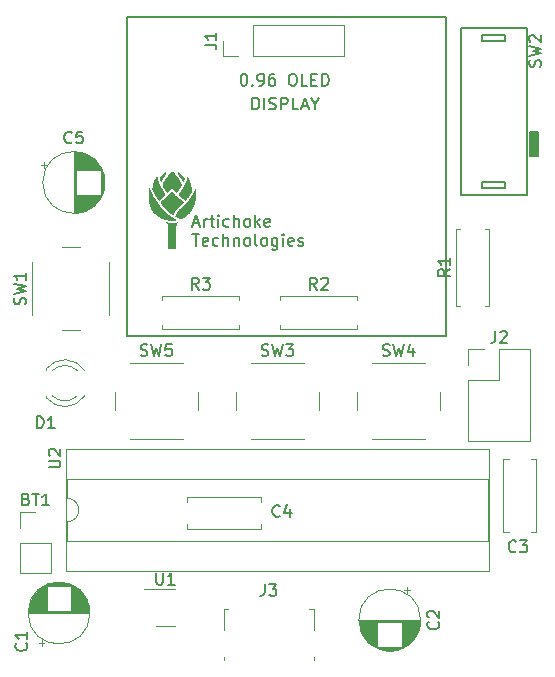
<source format=gbr>
%TF.GenerationSoftware,KiCad,Pcbnew,(6.0.2-0)*%
%TF.CreationDate,2022-04-22T19:08:33+09:30*%
%TF.ProjectId,scrambler,73637261-6d62-46c6-9572-2e6b69636164,1.0*%
%TF.SameCoordinates,Original*%
%TF.FileFunction,Legend,Top*%
%TF.FilePolarity,Positive*%
%FSLAX46Y46*%
G04 Gerber Fmt 4.6, Leading zero omitted, Abs format (unit mm)*
G04 Created by KiCad (PCBNEW (6.0.2-0)) date 2022-04-22 19:08:33*
%MOMM*%
%LPD*%
G01*
G04 APERTURE LIST*
%ADD10C,0.150000*%
%ADD11C,0.120000*%
%ADD12C,0.127000*%
G04 APERTURE END LIST*
D10*
X39890000Y-32640000D02*
X66890000Y-32640000D01*
X66890000Y-32640000D02*
X66890000Y-59640000D01*
X66890000Y-59640000D02*
X39890000Y-59640000D01*
X39890000Y-59640000D02*
X39890000Y-32640000D01*
X45537976Y-50111666D02*
X46014166Y-50111666D01*
X45442738Y-50397380D02*
X45776071Y-49397380D01*
X46109404Y-50397380D01*
X46442738Y-50397380D02*
X46442738Y-49730714D01*
X46442738Y-49921190D02*
X46490357Y-49825952D01*
X46537976Y-49778333D01*
X46633214Y-49730714D01*
X46728452Y-49730714D01*
X46918928Y-49730714D02*
X47299880Y-49730714D01*
X47061785Y-49397380D02*
X47061785Y-50254523D01*
X47109404Y-50349761D01*
X47204642Y-50397380D01*
X47299880Y-50397380D01*
X47633214Y-50397380D02*
X47633214Y-49730714D01*
X47633214Y-49397380D02*
X47585595Y-49445000D01*
X47633214Y-49492619D01*
X47680833Y-49445000D01*
X47633214Y-49397380D01*
X47633214Y-49492619D01*
X48537976Y-50349761D02*
X48442738Y-50397380D01*
X48252261Y-50397380D01*
X48157023Y-50349761D01*
X48109404Y-50302142D01*
X48061785Y-50206904D01*
X48061785Y-49921190D01*
X48109404Y-49825952D01*
X48157023Y-49778333D01*
X48252261Y-49730714D01*
X48442738Y-49730714D01*
X48537976Y-49778333D01*
X48966547Y-50397380D02*
X48966547Y-49397380D01*
X49395119Y-50397380D02*
X49395119Y-49873571D01*
X49347500Y-49778333D01*
X49252261Y-49730714D01*
X49109404Y-49730714D01*
X49014166Y-49778333D01*
X48966547Y-49825952D01*
X50014166Y-50397380D02*
X49918928Y-50349761D01*
X49871309Y-50302142D01*
X49823690Y-50206904D01*
X49823690Y-49921190D01*
X49871309Y-49825952D01*
X49918928Y-49778333D01*
X50014166Y-49730714D01*
X50157023Y-49730714D01*
X50252261Y-49778333D01*
X50299880Y-49825952D01*
X50347500Y-49921190D01*
X50347500Y-50206904D01*
X50299880Y-50302142D01*
X50252261Y-50349761D01*
X50157023Y-50397380D01*
X50014166Y-50397380D01*
X50776071Y-50397380D02*
X50776071Y-49397380D01*
X50871309Y-50016428D02*
X51157023Y-50397380D01*
X51157023Y-49730714D02*
X50776071Y-50111666D01*
X51966547Y-50349761D02*
X51871309Y-50397380D01*
X51680833Y-50397380D01*
X51585595Y-50349761D01*
X51537976Y-50254523D01*
X51537976Y-49873571D01*
X51585595Y-49778333D01*
X51680833Y-49730714D01*
X51871309Y-49730714D01*
X51966547Y-49778333D01*
X52014166Y-49873571D01*
X52014166Y-49968809D01*
X51537976Y-50064047D01*
X45442738Y-51007380D02*
X46014166Y-51007380D01*
X45728452Y-52007380D02*
X45728452Y-51007380D01*
X46728452Y-51959761D02*
X46633214Y-52007380D01*
X46442738Y-52007380D01*
X46347500Y-51959761D01*
X46299880Y-51864523D01*
X46299880Y-51483571D01*
X46347500Y-51388333D01*
X46442738Y-51340714D01*
X46633214Y-51340714D01*
X46728452Y-51388333D01*
X46776071Y-51483571D01*
X46776071Y-51578809D01*
X46299880Y-51674047D01*
X47633214Y-51959761D02*
X47537976Y-52007380D01*
X47347500Y-52007380D01*
X47252261Y-51959761D01*
X47204642Y-51912142D01*
X47157023Y-51816904D01*
X47157023Y-51531190D01*
X47204642Y-51435952D01*
X47252261Y-51388333D01*
X47347500Y-51340714D01*
X47537976Y-51340714D01*
X47633214Y-51388333D01*
X48061785Y-52007380D02*
X48061785Y-51007380D01*
X48490357Y-52007380D02*
X48490357Y-51483571D01*
X48442738Y-51388333D01*
X48347500Y-51340714D01*
X48204642Y-51340714D01*
X48109404Y-51388333D01*
X48061785Y-51435952D01*
X48966547Y-51340714D02*
X48966547Y-52007380D01*
X48966547Y-51435952D02*
X49014166Y-51388333D01*
X49109404Y-51340714D01*
X49252261Y-51340714D01*
X49347500Y-51388333D01*
X49395119Y-51483571D01*
X49395119Y-52007380D01*
X50014166Y-52007380D02*
X49918928Y-51959761D01*
X49871309Y-51912142D01*
X49823690Y-51816904D01*
X49823690Y-51531190D01*
X49871309Y-51435952D01*
X49918928Y-51388333D01*
X50014166Y-51340714D01*
X50157023Y-51340714D01*
X50252261Y-51388333D01*
X50299880Y-51435952D01*
X50347500Y-51531190D01*
X50347500Y-51816904D01*
X50299880Y-51912142D01*
X50252261Y-51959761D01*
X50157023Y-52007380D01*
X50014166Y-52007380D01*
X50918928Y-52007380D02*
X50823690Y-51959761D01*
X50776071Y-51864523D01*
X50776071Y-51007380D01*
X51442738Y-52007380D02*
X51347500Y-51959761D01*
X51299880Y-51912142D01*
X51252261Y-51816904D01*
X51252261Y-51531190D01*
X51299880Y-51435952D01*
X51347500Y-51388333D01*
X51442738Y-51340714D01*
X51585595Y-51340714D01*
X51680833Y-51388333D01*
X51728452Y-51435952D01*
X51776071Y-51531190D01*
X51776071Y-51816904D01*
X51728452Y-51912142D01*
X51680833Y-51959761D01*
X51585595Y-52007380D01*
X51442738Y-52007380D01*
X52633214Y-51340714D02*
X52633214Y-52150238D01*
X52585595Y-52245476D01*
X52537976Y-52293095D01*
X52442738Y-52340714D01*
X52299880Y-52340714D01*
X52204642Y-52293095D01*
X52633214Y-51959761D02*
X52537976Y-52007380D01*
X52347500Y-52007380D01*
X52252261Y-51959761D01*
X52204642Y-51912142D01*
X52157023Y-51816904D01*
X52157023Y-51531190D01*
X52204642Y-51435952D01*
X52252261Y-51388333D01*
X52347500Y-51340714D01*
X52537976Y-51340714D01*
X52633214Y-51388333D01*
X53109404Y-52007380D02*
X53109404Y-51340714D01*
X53109404Y-51007380D02*
X53061785Y-51055000D01*
X53109404Y-51102619D01*
X53157023Y-51055000D01*
X53109404Y-51007380D01*
X53109404Y-51102619D01*
X53966547Y-51959761D02*
X53871309Y-52007380D01*
X53680833Y-52007380D01*
X53585595Y-51959761D01*
X53537976Y-51864523D01*
X53537976Y-51483571D01*
X53585595Y-51388333D01*
X53680833Y-51340714D01*
X53871309Y-51340714D01*
X53966547Y-51388333D01*
X54014166Y-51483571D01*
X54014166Y-51578809D01*
X53537976Y-51674047D01*
X54395119Y-51959761D02*
X54490357Y-52007380D01*
X54680833Y-52007380D01*
X54776071Y-51959761D01*
X54823690Y-51864523D01*
X54823690Y-51816904D01*
X54776071Y-51721666D01*
X54680833Y-51674047D01*
X54537976Y-51674047D01*
X54442738Y-51626428D01*
X54395119Y-51531190D01*
X54395119Y-51483571D01*
X54442738Y-51388333D01*
X54537976Y-51340714D01*
X54680833Y-51340714D01*
X54776071Y-51388333D01*
X50511904Y-40452380D02*
X50511904Y-39452380D01*
X50750000Y-39452380D01*
X50892857Y-39500000D01*
X50988095Y-39595238D01*
X51035714Y-39690476D01*
X51083333Y-39880952D01*
X51083333Y-40023809D01*
X51035714Y-40214285D01*
X50988095Y-40309523D01*
X50892857Y-40404761D01*
X50750000Y-40452380D01*
X50511904Y-40452380D01*
X51511904Y-40452380D02*
X51511904Y-39452380D01*
X51940476Y-40404761D02*
X52083333Y-40452380D01*
X52321428Y-40452380D01*
X52416666Y-40404761D01*
X52464285Y-40357142D01*
X52511904Y-40261904D01*
X52511904Y-40166666D01*
X52464285Y-40071428D01*
X52416666Y-40023809D01*
X52321428Y-39976190D01*
X52130952Y-39928571D01*
X52035714Y-39880952D01*
X51988095Y-39833333D01*
X51940476Y-39738095D01*
X51940476Y-39642857D01*
X51988095Y-39547619D01*
X52035714Y-39500000D01*
X52130952Y-39452380D01*
X52369047Y-39452380D01*
X52511904Y-39500000D01*
X52940476Y-40452380D02*
X52940476Y-39452380D01*
X53321428Y-39452380D01*
X53416666Y-39500000D01*
X53464285Y-39547619D01*
X53511904Y-39642857D01*
X53511904Y-39785714D01*
X53464285Y-39880952D01*
X53416666Y-39928571D01*
X53321428Y-39976190D01*
X52940476Y-39976190D01*
X54416666Y-40452380D02*
X53940476Y-40452380D01*
X53940476Y-39452380D01*
X54702380Y-40166666D02*
X55178571Y-40166666D01*
X54607142Y-40452380D02*
X54940476Y-39452380D01*
X55273809Y-40452380D01*
X55797619Y-39976190D02*
X55797619Y-40452380D01*
X55464285Y-39452380D02*
X55797619Y-39976190D01*
X56130952Y-39452380D01*
X49750000Y-37452380D02*
X49845238Y-37452380D01*
X49940476Y-37500000D01*
X49988095Y-37547619D01*
X50035714Y-37642857D01*
X50083333Y-37833333D01*
X50083333Y-38071428D01*
X50035714Y-38261904D01*
X49988095Y-38357142D01*
X49940476Y-38404761D01*
X49845238Y-38452380D01*
X49750000Y-38452380D01*
X49654761Y-38404761D01*
X49607142Y-38357142D01*
X49559523Y-38261904D01*
X49511904Y-38071428D01*
X49511904Y-37833333D01*
X49559523Y-37642857D01*
X49607142Y-37547619D01*
X49654761Y-37500000D01*
X49750000Y-37452380D01*
X50511904Y-38357142D02*
X50559523Y-38404761D01*
X50511904Y-38452380D01*
X50464285Y-38404761D01*
X50511904Y-38357142D01*
X50511904Y-38452380D01*
X51035714Y-38452380D02*
X51226190Y-38452380D01*
X51321428Y-38404761D01*
X51369047Y-38357142D01*
X51464285Y-38214285D01*
X51511904Y-38023809D01*
X51511904Y-37642857D01*
X51464285Y-37547619D01*
X51416666Y-37500000D01*
X51321428Y-37452380D01*
X51130952Y-37452380D01*
X51035714Y-37500000D01*
X50988095Y-37547619D01*
X50940476Y-37642857D01*
X50940476Y-37880952D01*
X50988095Y-37976190D01*
X51035714Y-38023809D01*
X51130952Y-38071428D01*
X51321428Y-38071428D01*
X51416666Y-38023809D01*
X51464285Y-37976190D01*
X51511904Y-37880952D01*
X52369047Y-37452380D02*
X52178571Y-37452380D01*
X52083333Y-37500000D01*
X52035714Y-37547619D01*
X51940476Y-37690476D01*
X51892857Y-37880952D01*
X51892857Y-38261904D01*
X51940476Y-38357142D01*
X51988095Y-38404761D01*
X52083333Y-38452380D01*
X52273809Y-38452380D01*
X52369047Y-38404761D01*
X52416666Y-38357142D01*
X52464285Y-38261904D01*
X52464285Y-38023809D01*
X52416666Y-37928571D01*
X52369047Y-37880952D01*
X52273809Y-37833333D01*
X52083333Y-37833333D01*
X51988095Y-37880952D01*
X51940476Y-37928571D01*
X51892857Y-38023809D01*
X53845238Y-37452380D02*
X54035714Y-37452380D01*
X54130952Y-37500000D01*
X54226190Y-37595238D01*
X54273809Y-37785714D01*
X54273809Y-38119047D01*
X54226190Y-38309523D01*
X54130952Y-38404761D01*
X54035714Y-38452380D01*
X53845238Y-38452380D01*
X53750000Y-38404761D01*
X53654761Y-38309523D01*
X53607142Y-38119047D01*
X53607142Y-37785714D01*
X53654761Y-37595238D01*
X53750000Y-37500000D01*
X53845238Y-37452380D01*
X55178571Y-38452380D02*
X54702380Y-38452380D01*
X54702380Y-37452380D01*
X55511904Y-37928571D02*
X55845238Y-37928571D01*
X55988095Y-38452380D02*
X55511904Y-38452380D01*
X55511904Y-37452380D01*
X55988095Y-37452380D01*
X56416666Y-38452380D02*
X56416666Y-37452380D01*
X56654761Y-37452380D01*
X56797619Y-37500000D01*
X56892857Y-37595238D01*
X56940476Y-37690476D01*
X56988095Y-37880952D01*
X56988095Y-38023809D01*
X56940476Y-38214285D01*
X56892857Y-38309523D01*
X56797619Y-38404761D01*
X56654761Y-38452380D01*
X56416666Y-38452380D01*
%TO.C,SW1*%
X31294761Y-56973333D02*
X31342380Y-56830476D01*
X31342380Y-56592380D01*
X31294761Y-56497142D01*
X31247142Y-56449523D01*
X31151904Y-56401904D01*
X31056666Y-56401904D01*
X30961428Y-56449523D01*
X30913809Y-56497142D01*
X30866190Y-56592380D01*
X30818571Y-56782857D01*
X30770952Y-56878095D01*
X30723333Y-56925714D01*
X30628095Y-56973333D01*
X30532857Y-56973333D01*
X30437619Y-56925714D01*
X30390000Y-56878095D01*
X30342380Y-56782857D01*
X30342380Y-56544761D01*
X30390000Y-56401904D01*
X30342380Y-56068571D02*
X31342380Y-55830476D01*
X30628095Y-55640000D01*
X31342380Y-55449523D01*
X30342380Y-55211428D01*
X31342380Y-54306666D02*
X31342380Y-54878095D01*
X31342380Y-54592380D02*
X30342380Y-54592380D01*
X30485238Y-54687619D01*
X30580476Y-54782857D01*
X30628095Y-54878095D01*
%TO.C,C3*%
X72833333Y-77857142D02*
X72785714Y-77904761D01*
X72642857Y-77952380D01*
X72547619Y-77952380D01*
X72404761Y-77904761D01*
X72309523Y-77809523D01*
X72261904Y-77714285D01*
X72214285Y-77523809D01*
X72214285Y-77380952D01*
X72261904Y-77190476D01*
X72309523Y-77095238D01*
X72404761Y-77000000D01*
X72547619Y-76952380D01*
X72642857Y-76952380D01*
X72785714Y-77000000D01*
X72833333Y-77047619D01*
X73166666Y-76952380D02*
X73785714Y-76952380D01*
X73452380Y-77333333D01*
X73595238Y-77333333D01*
X73690476Y-77380952D01*
X73738095Y-77428571D01*
X73785714Y-77523809D01*
X73785714Y-77761904D01*
X73738095Y-77857142D01*
X73690476Y-77904761D01*
X73595238Y-77952380D01*
X73309523Y-77952380D01*
X73214285Y-77904761D01*
X73166666Y-77857142D01*
%TO.C,SW4*%
X61556666Y-61294761D02*
X61699523Y-61342380D01*
X61937619Y-61342380D01*
X62032857Y-61294761D01*
X62080476Y-61247142D01*
X62128095Y-61151904D01*
X62128095Y-61056666D01*
X62080476Y-60961428D01*
X62032857Y-60913809D01*
X61937619Y-60866190D01*
X61747142Y-60818571D01*
X61651904Y-60770952D01*
X61604285Y-60723333D01*
X61556666Y-60628095D01*
X61556666Y-60532857D01*
X61604285Y-60437619D01*
X61651904Y-60390000D01*
X61747142Y-60342380D01*
X61985238Y-60342380D01*
X62128095Y-60390000D01*
X62461428Y-60342380D02*
X62699523Y-61342380D01*
X62890000Y-60628095D01*
X63080476Y-61342380D01*
X63318571Y-60342380D01*
X64128095Y-60675714D02*
X64128095Y-61342380D01*
X63890000Y-60294761D02*
X63651904Y-61009047D01*
X64270952Y-61009047D01*
%TO.C,C1*%
X31357142Y-85666666D02*
X31404761Y-85714285D01*
X31452380Y-85857142D01*
X31452380Y-85952380D01*
X31404761Y-86095238D01*
X31309523Y-86190476D01*
X31214285Y-86238095D01*
X31023809Y-86285714D01*
X30880952Y-86285714D01*
X30690476Y-86238095D01*
X30595238Y-86190476D01*
X30500000Y-86095238D01*
X30452380Y-85952380D01*
X30452380Y-85857142D01*
X30500000Y-85714285D01*
X30547619Y-85666666D01*
X31452380Y-84714285D02*
X31452380Y-85285714D01*
X31452380Y-85000000D02*
X30452380Y-85000000D01*
X30595238Y-85095238D01*
X30690476Y-85190476D01*
X30738095Y-85285714D01*
%TO.C,C2*%
X66247142Y-83851554D02*
X66294761Y-83899173D01*
X66342380Y-84042030D01*
X66342380Y-84137268D01*
X66294761Y-84280126D01*
X66199523Y-84375364D01*
X66104285Y-84422983D01*
X65913809Y-84470602D01*
X65770952Y-84470602D01*
X65580476Y-84422983D01*
X65485238Y-84375364D01*
X65390000Y-84280126D01*
X65342380Y-84137268D01*
X65342380Y-84042030D01*
X65390000Y-83899173D01*
X65437619Y-83851554D01*
X65437619Y-83470602D02*
X65390000Y-83422983D01*
X65342380Y-83327745D01*
X65342380Y-83089649D01*
X65390000Y-82994411D01*
X65437619Y-82946792D01*
X65532857Y-82899173D01*
X65628095Y-82899173D01*
X65770952Y-82946792D01*
X66342380Y-83518221D01*
X66342380Y-82899173D01*
%TO.C,R3*%
X45973333Y-55722380D02*
X45640000Y-55246190D01*
X45401904Y-55722380D02*
X45401904Y-54722380D01*
X45782857Y-54722380D01*
X45878095Y-54770000D01*
X45925714Y-54817619D01*
X45973333Y-54912857D01*
X45973333Y-55055714D01*
X45925714Y-55150952D01*
X45878095Y-55198571D01*
X45782857Y-55246190D01*
X45401904Y-55246190D01*
X46306666Y-54722380D02*
X46925714Y-54722380D01*
X46592380Y-55103333D01*
X46735238Y-55103333D01*
X46830476Y-55150952D01*
X46878095Y-55198571D01*
X46925714Y-55293809D01*
X46925714Y-55531904D01*
X46878095Y-55627142D01*
X46830476Y-55674761D01*
X46735238Y-55722380D01*
X46449523Y-55722380D01*
X46354285Y-55674761D01*
X46306666Y-55627142D01*
%TO.C,SW3*%
X51306666Y-61294761D02*
X51449523Y-61342380D01*
X51687619Y-61342380D01*
X51782857Y-61294761D01*
X51830476Y-61247142D01*
X51878095Y-61151904D01*
X51878095Y-61056666D01*
X51830476Y-60961428D01*
X51782857Y-60913809D01*
X51687619Y-60866190D01*
X51497142Y-60818571D01*
X51401904Y-60770952D01*
X51354285Y-60723333D01*
X51306666Y-60628095D01*
X51306666Y-60532857D01*
X51354285Y-60437619D01*
X51401904Y-60390000D01*
X51497142Y-60342380D01*
X51735238Y-60342380D01*
X51878095Y-60390000D01*
X52211428Y-60342380D02*
X52449523Y-61342380D01*
X52640000Y-60628095D01*
X52830476Y-61342380D01*
X53068571Y-60342380D01*
X53354285Y-60342380D02*
X53973333Y-60342380D01*
X53640000Y-60723333D01*
X53782857Y-60723333D01*
X53878095Y-60770952D01*
X53925714Y-60818571D01*
X53973333Y-60913809D01*
X53973333Y-61151904D01*
X53925714Y-61247142D01*
X53878095Y-61294761D01*
X53782857Y-61342380D01*
X53497142Y-61342380D01*
X53401904Y-61294761D01*
X53354285Y-61247142D01*
%TO.C,SW5*%
X41056666Y-61294761D02*
X41199523Y-61342380D01*
X41437619Y-61342380D01*
X41532857Y-61294761D01*
X41580476Y-61247142D01*
X41628095Y-61151904D01*
X41628095Y-61056666D01*
X41580476Y-60961428D01*
X41532857Y-60913809D01*
X41437619Y-60866190D01*
X41247142Y-60818571D01*
X41151904Y-60770952D01*
X41104285Y-60723333D01*
X41056666Y-60628095D01*
X41056666Y-60532857D01*
X41104285Y-60437619D01*
X41151904Y-60390000D01*
X41247142Y-60342380D01*
X41485238Y-60342380D01*
X41628095Y-60390000D01*
X41961428Y-60342380D02*
X42199523Y-61342380D01*
X42390000Y-60628095D01*
X42580476Y-61342380D01*
X42818571Y-60342380D01*
X43675714Y-60342380D02*
X43199523Y-60342380D01*
X43151904Y-60818571D01*
X43199523Y-60770952D01*
X43294761Y-60723333D01*
X43532857Y-60723333D01*
X43628095Y-60770952D01*
X43675714Y-60818571D01*
X43723333Y-60913809D01*
X43723333Y-61151904D01*
X43675714Y-61247142D01*
X43628095Y-61294761D01*
X43532857Y-61342380D01*
X43294761Y-61342380D01*
X43199523Y-61294761D01*
X43151904Y-61247142D01*
%TO.C,C5*%
X35223333Y-43247142D02*
X35175714Y-43294761D01*
X35032857Y-43342380D01*
X34937619Y-43342380D01*
X34794761Y-43294761D01*
X34699523Y-43199523D01*
X34651904Y-43104285D01*
X34604285Y-42913809D01*
X34604285Y-42770952D01*
X34651904Y-42580476D01*
X34699523Y-42485238D01*
X34794761Y-42390000D01*
X34937619Y-42342380D01*
X35032857Y-42342380D01*
X35175714Y-42390000D01*
X35223333Y-42437619D01*
X36128095Y-42342380D02*
X35651904Y-42342380D01*
X35604285Y-42818571D01*
X35651904Y-42770952D01*
X35747142Y-42723333D01*
X35985238Y-42723333D01*
X36080476Y-42770952D01*
X36128095Y-42818571D01*
X36175714Y-42913809D01*
X36175714Y-43151904D01*
X36128095Y-43247142D01*
X36080476Y-43294761D01*
X35985238Y-43342380D01*
X35747142Y-43342380D01*
X35651904Y-43294761D01*
X35604285Y-43247142D01*
%TO.C,U1*%
X42378095Y-79692380D02*
X42378095Y-80501904D01*
X42425714Y-80597142D01*
X42473333Y-80644761D01*
X42568571Y-80692380D01*
X42759047Y-80692380D01*
X42854285Y-80644761D01*
X42901904Y-80597142D01*
X42949523Y-80501904D01*
X42949523Y-79692380D01*
X43949523Y-80692380D02*
X43378095Y-80692380D01*
X43663809Y-80692380D02*
X43663809Y-79692380D01*
X43568571Y-79835238D01*
X43473333Y-79930476D01*
X43378095Y-79978095D01*
%TO.C,C4*%
X52833333Y-74857142D02*
X52785714Y-74904761D01*
X52642857Y-74952380D01*
X52547619Y-74952380D01*
X52404761Y-74904761D01*
X52309523Y-74809523D01*
X52261904Y-74714285D01*
X52214285Y-74523809D01*
X52214285Y-74380952D01*
X52261904Y-74190476D01*
X52309523Y-74095238D01*
X52404761Y-74000000D01*
X52547619Y-73952380D01*
X52642857Y-73952380D01*
X52785714Y-74000000D01*
X52833333Y-74047619D01*
X53690476Y-74285714D02*
X53690476Y-74952380D01*
X53452380Y-73904761D02*
X53214285Y-74619047D01*
X53833333Y-74619047D01*
%TO.C,R2*%
X55973333Y-55722380D02*
X55640000Y-55246190D01*
X55401904Y-55722380D02*
X55401904Y-54722380D01*
X55782857Y-54722380D01*
X55878095Y-54770000D01*
X55925714Y-54817619D01*
X55973333Y-54912857D01*
X55973333Y-55055714D01*
X55925714Y-55150952D01*
X55878095Y-55198571D01*
X55782857Y-55246190D01*
X55401904Y-55246190D01*
X56354285Y-54817619D02*
X56401904Y-54770000D01*
X56497142Y-54722380D01*
X56735238Y-54722380D01*
X56830476Y-54770000D01*
X56878095Y-54817619D01*
X56925714Y-54912857D01*
X56925714Y-55008095D01*
X56878095Y-55150952D01*
X56306666Y-55722380D01*
X56925714Y-55722380D01*
%TO.C,R1*%
X67222380Y-53996666D02*
X66746190Y-54330000D01*
X67222380Y-54568095D02*
X66222380Y-54568095D01*
X66222380Y-54187142D01*
X66270000Y-54091904D01*
X66317619Y-54044285D01*
X66412857Y-53996666D01*
X66555714Y-53996666D01*
X66650952Y-54044285D01*
X66698571Y-54091904D01*
X66746190Y-54187142D01*
X66746190Y-54568095D01*
X67222380Y-53044285D02*
X67222380Y-53615714D01*
X67222380Y-53330000D02*
X66222380Y-53330000D01*
X66365238Y-53425238D01*
X66460476Y-53520476D01*
X66508095Y-53615714D01*
%TO.C,D1*%
X32261904Y-67452380D02*
X32261904Y-66452380D01*
X32500000Y-66452380D01*
X32642857Y-66500000D01*
X32738095Y-66595238D01*
X32785714Y-66690476D01*
X32833333Y-66880952D01*
X32833333Y-67023809D01*
X32785714Y-67214285D01*
X32738095Y-67309523D01*
X32642857Y-67404761D01*
X32500000Y-67452380D01*
X32261904Y-67452380D01*
X33785714Y-67452380D02*
X33214285Y-67452380D01*
X33500000Y-67452380D02*
X33500000Y-66452380D01*
X33404761Y-66595238D01*
X33309523Y-66690476D01*
X33214285Y-66738095D01*
%TO.C,BT1*%
X31354285Y-73463571D02*
X31497142Y-73511190D01*
X31544761Y-73558809D01*
X31592380Y-73654047D01*
X31592380Y-73796904D01*
X31544761Y-73892142D01*
X31497142Y-73939761D01*
X31401904Y-73987380D01*
X31020952Y-73987380D01*
X31020952Y-72987380D01*
X31354285Y-72987380D01*
X31449523Y-73035000D01*
X31497142Y-73082619D01*
X31544761Y-73177857D01*
X31544761Y-73273095D01*
X31497142Y-73368333D01*
X31449523Y-73415952D01*
X31354285Y-73463571D01*
X31020952Y-73463571D01*
X31878095Y-72987380D02*
X32449523Y-72987380D01*
X32163809Y-73987380D02*
X32163809Y-72987380D01*
X33306666Y-73987380D02*
X32735238Y-73987380D01*
X33020952Y-73987380D02*
X33020952Y-72987380D01*
X32925714Y-73130238D01*
X32830476Y-73225476D01*
X32735238Y-73273095D01*
%TO.C,SW2*%
X74904761Y-36833333D02*
X74952380Y-36690476D01*
X74952380Y-36452380D01*
X74904761Y-36357142D01*
X74857142Y-36309523D01*
X74761904Y-36261904D01*
X74666666Y-36261904D01*
X74571428Y-36309523D01*
X74523809Y-36357142D01*
X74476190Y-36452380D01*
X74428571Y-36642857D01*
X74380952Y-36738095D01*
X74333333Y-36785714D01*
X74238095Y-36833333D01*
X74142857Y-36833333D01*
X74047619Y-36785714D01*
X74000000Y-36738095D01*
X73952380Y-36642857D01*
X73952380Y-36404761D01*
X74000000Y-36261904D01*
X73952380Y-35928571D02*
X74952380Y-35690476D01*
X74238095Y-35500000D01*
X74952380Y-35309523D01*
X73952380Y-35071428D01*
X74047619Y-34738095D02*
X74000000Y-34690476D01*
X73952380Y-34595238D01*
X73952380Y-34357142D01*
X74000000Y-34261904D01*
X74047619Y-34214285D01*
X74142857Y-34166666D01*
X74238095Y-34166666D01*
X74380952Y-34214285D01*
X74952380Y-34785714D01*
X74952380Y-34166666D01*
%TO.C,J3*%
X51556666Y-80642380D02*
X51556666Y-81356666D01*
X51509047Y-81499523D01*
X51413809Y-81594761D01*
X51270952Y-81642380D01*
X51175714Y-81642380D01*
X51937619Y-80642380D02*
X52556666Y-80642380D01*
X52223333Y-81023333D01*
X52366190Y-81023333D01*
X52461428Y-81070952D01*
X52509047Y-81118571D01*
X52556666Y-81213809D01*
X52556666Y-81451904D01*
X52509047Y-81547142D01*
X52461428Y-81594761D01*
X52366190Y-81642380D01*
X52080476Y-81642380D01*
X51985238Y-81594761D01*
X51937619Y-81547142D01*
%TO.C,J1*%
X46462380Y-34973333D02*
X47176666Y-34973333D01*
X47319523Y-35020952D01*
X47414761Y-35116190D01*
X47462380Y-35259047D01*
X47462380Y-35354285D01*
X47462380Y-33973333D02*
X47462380Y-34544761D01*
X47462380Y-34259047D02*
X46462380Y-34259047D01*
X46605238Y-34354285D01*
X46700476Y-34449523D01*
X46748095Y-34544761D01*
%TO.C,U2*%
X33262380Y-70761904D02*
X34071904Y-70761904D01*
X34167142Y-70714285D01*
X34214761Y-70666666D01*
X34262380Y-70571428D01*
X34262380Y-70380952D01*
X34214761Y-70285714D01*
X34167142Y-70238095D01*
X34071904Y-70190476D01*
X33262380Y-70190476D01*
X33357619Y-69761904D02*
X33310000Y-69714285D01*
X33262380Y-69619047D01*
X33262380Y-69380952D01*
X33310000Y-69285714D01*
X33357619Y-69238095D01*
X33452857Y-69190476D01*
X33548095Y-69190476D01*
X33690952Y-69238095D01*
X34262380Y-69809523D01*
X34262380Y-69190476D01*
%TO.C,J2*%
X71076666Y-59237380D02*
X71076666Y-59951666D01*
X71029047Y-60094523D01*
X70933809Y-60189761D01*
X70790952Y-60237380D01*
X70695714Y-60237380D01*
X71505238Y-59332619D02*
X71552857Y-59285000D01*
X71648095Y-59237380D01*
X71886190Y-59237380D01*
X71981428Y-59285000D01*
X72029047Y-59332619D01*
X72076666Y-59427857D01*
X72076666Y-59523095D01*
X72029047Y-59665952D01*
X71457619Y-60237380D01*
X72076666Y-60237380D01*
D11*
%TO.C,SW1*%
X38390000Y-57890000D02*
X38390000Y-53390000D01*
X34390000Y-59140000D02*
X35890000Y-59140000D01*
X35890000Y-52140000D02*
X34390000Y-52140000D01*
X31890000Y-53390000D02*
X31890000Y-57890000D01*
%TO.C,C3*%
X71770000Y-76260000D02*
X72215000Y-76260000D01*
X74065000Y-76260000D02*
X74510000Y-76260000D01*
X74510000Y-76260000D02*
X74510000Y-70020000D01*
X71770000Y-76260000D02*
X71770000Y-70020000D01*
X71770000Y-70020000D02*
X72215000Y-70020000D01*
X74065000Y-70020000D02*
X74510000Y-70020000D01*
%TO.C,SW4*%
X59390000Y-64390000D02*
X59390000Y-65890000D01*
X66390000Y-65890000D02*
X66390000Y-64390000D01*
X65140000Y-61890000D02*
X60640000Y-61890000D01*
X60640000Y-68390000D02*
X65140000Y-68390000D01*
%TO.C,G\u002A\u002A\u002A*%
G36*
X44278930Y-45749249D02*
G01*
X44303310Y-45765884D01*
X44333522Y-45789513D01*
X44368520Y-45819120D01*
X44407253Y-45853688D01*
X44448675Y-45892200D01*
X44491736Y-45933641D01*
X44535389Y-45976993D01*
X44578586Y-46021240D01*
X44620277Y-46065366D01*
X44659415Y-46108354D01*
X44694951Y-46149187D01*
X44725838Y-46186849D01*
X44751027Y-46220324D01*
X44760678Y-46234441D01*
X44780799Y-46267233D01*
X44792920Y-46293800D01*
X44797912Y-46318053D01*
X44796651Y-46343902D01*
X44791128Y-46370802D01*
X44784461Y-46394637D01*
X44774831Y-46424947D01*
X44763097Y-46459441D01*
X44750116Y-46495826D01*
X44736748Y-46531808D01*
X44723852Y-46565094D01*
X44712286Y-46593393D01*
X44702908Y-46614411D01*
X44696577Y-46625856D01*
X44695091Y-46627240D01*
X44687056Y-46623825D01*
X44674744Y-46612426D01*
X44667641Y-46604100D01*
X44655278Y-46587401D01*
X44636716Y-46560908D01*
X44612987Y-46526191D01*
X44585122Y-46484821D01*
X44554155Y-46438371D01*
X44521117Y-46388410D01*
X44487040Y-46336511D01*
X44452956Y-46284243D01*
X44419898Y-46233179D01*
X44388899Y-46184890D01*
X44360989Y-46140946D01*
X44337201Y-46102919D01*
X44321155Y-46076689D01*
X44289980Y-46022615D01*
X44266800Y-45976255D01*
X44250892Y-45935058D01*
X44241532Y-45896469D01*
X44237996Y-45857934D01*
X44239560Y-45816901D01*
X44241772Y-45796645D01*
X44245317Y-45771559D01*
X44248750Y-45752087D01*
X44251436Y-45741732D01*
X44251861Y-45741028D01*
X44261431Y-45740625D01*
X44278930Y-45749249D01*
G37*
G36*
X45052334Y-46129816D02*
G01*
X45065170Y-46146494D01*
X45081578Y-46172290D01*
X45100700Y-46205570D01*
X45121679Y-46244696D01*
X45143657Y-46288034D01*
X45165778Y-46333946D01*
X45187184Y-46380798D01*
X45207017Y-46426953D01*
X45221007Y-46461836D01*
X45240612Y-46516437D01*
X45260704Y-46579477D01*
X45280906Y-46649191D01*
X45300840Y-46723812D01*
X45320130Y-46801575D01*
X45338396Y-46880713D01*
X45355263Y-46959461D01*
X45370352Y-47036053D01*
X45383286Y-47108722D01*
X45393687Y-47175703D01*
X45401179Y-47235229D01*
X45405383Y-47285535D01*
X45405922Y-47324855D01*
X45405842Y-47326568D01*
X45403944Y-47349701D01*
X45400027Y-47370265D01*
X45392904Y-47392068D01*
X45381386Y-47418920D01*
X45368725Y-47445535D01*
X45338776Y-47503625D01*
X45302253Y-47568712D01*
X45260466Y-47638847D01*
X45214725Y-47712083D01*
X45166339Y-47786474D01*
X45116616Y-47860072D01*
X45066866Y-47930930D01*
X45018398Y-47997100D01*
X44972521Y-48056635D01*
X44930545Y-48107589D01*
X44902755Y-48138632D01*
X44858008Y-48186301D01*
X44797978Y-48143549D01*
X44776541Y-48127788D01*
X44746719Y-48105159D01*
X44710590Y-48077275D01*
X44670234Y-48045751D01*
X44627729Y-48012202D01*
X44585806Y-47978765D01*
X44522554Y-47927872D01*
X44469078Y-47884383D01*
X44424524Y-47847433D01*
X44388034Y-47816154D01*
X44358752Y-47789681D01*
X44335823Y-47767148D01*
X44318390Y-47747688D01*
X44305596Y-47730435D01*
X44296586Y-47714523D01*
X44290503Y-47699085D01*
X44286491Y-47683255D01*
X44284903Y-47674352D01*
X44283923Y-47651845D01*
X44287989Y-47625821D01*
X44297532Y-47595497D01*
X44312982Y-47560089D01*
X44334772Y-47518814D01*
X44363330Y-47470890D01*
X44399089Y-47415533D01*
X44442479Y-47351961D01*
X44493930Y-47279391D01*
X44528340Y-47231902D01*
X44638210Y-47072682D01*
X44734894Y-46914259D01*
X44818620Y-46756167D01*
X44889614Y-46597942D01*
X44948102Y-46439118D01*
X44994313Y-46279229D01*
X44996089Y-46272077D01*
X45009411Y-46219442D01*
X45020410Y-46179199D01*
X45029353Y-46150517D01*
X45036507Y-46132569D01*
X45042140Y-46124525D01*
X45043926Y-46123893D01*
X45052334Y-46129816D01*
G37*
G36*
X43743901Y-45712653D02*
G01*
X43771169Y-45731552D01*
X43804888Y-45758761D01*
X43843913Y-45793309D01*
X43887097Y-45834229D01*
X43928914Y-45876053D01*
X44006001Y-45957364D01*
X44076597Y-46037111D01*
X44142594Y-46117781D01*
X44205884Y-46201862D01*
X44268360Y-46291843D01*
X44331914Y-46390211D01*
X44381299Y-46470777D01*
X44428686Y-46551868D01*
X44467564Y-46623506D01*
X44498248Y-46686420D01*
X44521050Y-46741337D01*
X44536284Y-46788986D01*
X44544263Y-46830095D01*
X44545705Y-46852859D01*
X44545111Y-46868677D01*
X44542770Y-46884656D01*
X44538078Y-46901864D01*
X44530430Y-46921371D01*
X44519221Y-46944246D01*
X44503846Y-46971560D01*
X44483701Y-47004381D01*
X44458180Y-47043779D01*
X44426679Y-47090822D01*
X44388593Y-47146582D01*
X44343318Y-47212126D01*
X44338946Y-47218430D01*
X44290364Y-47288465D01*
X44248856Y-47348210D01*
X44213831Y-47398454D01*
X44184695Y-47439982D01*
X44160855Y-47473581D01*
X44141716Y-47500038D01*
X44126686Y-47520140D01*
X44115172Y-47534673D01*
X44106579Y-47544423D01*
X44100315Y-47550178D01*
X44095786Y-47552723D01*
X44092399Y-47552846D01*
X44089560Y-47551334D01*
X44088471Y-47550468D01*
X44079207Y-47541088D01*
X44062696Y-47522578D01*
X44040105Y-47496332D01*
X44012598Y-47463742D01*
X43981341Y-47426203D01*
X43947500Y-47385106D01*
X43912240Y-47341844D01*
X43876726Y-47297811D01*
X43868444Y-47287470D01*
X43788987Y-47188120D01*
X43717292Y-47188245D01*
X43645598Y-47188370D01*
X43584977Y-47263991D01*
X43554254Y-47302071D01*
X43521671Y-47342024D01*
X43488505Y-47382328D01*
X43456032Y-47421459D01*
X43425526Y-47457894D01*
X43398265Y-47490111D01*
X43375522Y-47516586D01*
X43358575Y-47535797D01*
X43348699Y-47546220D01*
X43348131Y-47546737D01*
X43341950Y-47551405D01*
X43336135Y-47552110D01*
X43328852Y-47547348D01*
X43318270Y-47535615D01*
X43302553Y-47515407D01*
X43290644Y-47499588D01*
X43264305Y-47463397D01*
X43232871Y-47418435D01*
X43197630Y-47366691D01*
X43159870Y-47310153D01*
X43120879Y-47250810D01*
X43081943Y-47190651D01*
X43044350Y-47131664D01*
X43009388Y-47075838D01*
X42978344Y-47025161D01*
X42952505Y-46981622D01*
X42933804Y-46948408D01*
X42919890Y-46921429D01*
X42911628Y-46901004D01*
X42907618Y-46882208D01*
X42906461Y-46860115D01*
X42906461Y-46852139D01*
X42911240Y-46806701D01*
X42924484Y-46754492D01*
X42945328Y-46698454D01*
X42962844Y-46660767D01*
X42979129Y-46630210D01*
X43001655Y-46590617D01*
X43029122Y-46544114D01*
X43060233Y-46492830D01*
X43093689Y-46438891D01*
X43128193Y-46384427D01*
X43162446Y-46331564D01*
X43178528Y-46307218D01*
X43229332Y-46232692D01*
X43281291Y-46159941D01*
X43333689Y-46089755D01*
X43385812Y-46022926D01*
X43436944Y-45960247D01*
X43486372Y-45902507D01*
X43533379Y-45850499D01*
X43577252Y-45805014D01*
X43617275Y-45766844D01*
X43652733Y-45736780D01*
X43682913Y-45715613D01*
X43707098Y-45704135D01*
X43724232Y-45703031D01*
X43743901Y-45712653D01*
G37*
G36*
X43246108Y-50017603D02*
G01*
X43262479Y-50019084D01*
X43286312Y-50021751D01*
X43319042Y-50025753D01*
X43362105Y-50031238D01*
X43416934Y-50038358D01*
X43423323Y-50039192D01*
X43448145Y-50041413D01*
X43485492Y-50043297D01*
X43534420Y-50044822D01*
X43593988Y-50045966D01*
X43663252Y-50046707D01*
X43741269Y-50047023D01*
X43763471Y-50047033D01*
X43836345Y-50046929D01*
X43897275Y-50046625D01*
X43947788Y-50046071D01*
X43989411Y-50045216D01*
X44023672Y-50044010D01*
X44052097Y-50042400D01*
X44076212Y-50040337D01*
X44097545Y-50037769D01*
X44113225Y-50035385D01*
X44142728Y-50030609D01*
X44167295Y-50026792D01*
X44183882Y-50024398D01*
X44189237Y-50023814D01*
X44188494Y-50029400D01*
X44182400Y-50044702D01*
X44171920Y-50067535D01*
X44158018Y-50095716D01*
X44154318Y-50102957D01*
X44137761Y-50136830D01*
X44122726Y-50170637D01*
X44110865Y-50200471D01*
X44103827Y-50222425D01*
X44103805Y-50222514D01*
X44100615Y-50236978D01*
X44097705Y-50253331D01*
X44095057Y-50272238D01*
X44092655Y-50294366D01*
X44090482Y-50320382D01*
X44088524Y-50350952D01*
X44086762Y-50386742D01*
X44085180Y-50428418D01*
X44083762Y-50476647D01*
X44082492Y-50532095D01*
X44081352Y-50595428D01*
X44080327Y-50667313D01*
X44079400Y-50748416D01*
X44078554Y-50839404D01*
X44077773Y-50940942D01*
X44077041Y-51053697D01*
X44076341Y-51178335D01*
X44075656Y-51315523D01*
X44075395Y-51371547D01*
X44071167Y-52291569D01*
X43824704Y-52296000D01*
X43763199Y-52297055D01*
X43701483Y-52298021D01*
X43641951Y-52298867D01*
X43586998Y-52299561D01*
X43539022Y-52300074D01*
X43500416Y-52300374D01*
X43479996Y-52300441D01*
X43381751Y-52300451D01*
X43376939Y-51365885D01*
X43376320Y-51253121D01*
X43375641Y-51143034D01*
X43374910Y-51036483D01*
X43374138Y-50934330D01*
X43373332Y-50837434D01*
X43372502Y-50746655D01*
X43371656Y-50662854D01*
X43370804Y-50586891D01*
X43369954Y-50519626D01*
X43369116Y-50461919D01*
X43368297Y-50414631D01*
X43367508Y-50378622D01*
X43366758Y-50354751D01*
X43366365Y-50347123D01*
X43362538Y-50303056D01*
X43356947Y-50266371D01*
X43348398Y-50233816D01*
X43335697Y-50202138D01*
X43317650Y-50168086D01*
X43293064Y-50128409D01*
X43277304Y-50104480D01*
X43258392Y-50075415D01*
X43242962Y-50050328D01*
X43232224Y-50031300D01*
X43227393Y-50020416D01*
X43227418Y-50018772D01*
X43230013Y-50017596D01*
X43235764Y-50017156D01*
X43246108Y-50017603D01*
G37*
G36*
X41803215Y-47144926D02*
G01*
X41807566Y-47152139D01*
X41817313Y-47169986D01*
X41831735Y-47197098D01*
X41850115Y-47232106D01*
X41871734Y-47273639D01*
X41895871Y-47320328D01*
X41921809Y-47370804D01*
X41923114Y-47373350D01*
X41994355Y-47510767D01*
X42061818Y-47637338D01*
X42126510Y-47754811D01*
X42189438Y-47864932D01*
X42251608Y-47969449D01*
X42314027Y-48070109D01*
X42377702Y-48168659D01*
X42405124Y-48209934D01*
X42548265Y-48415172D01*
X42694475Y-48607750D01*
X42844362Y-48788250D01*
X42998531Y-48957255D01*
X43157588Y-49115351D01*
X43322141Y-49263118D01*
X43492794Y-49401142D01*
X43670156Y-49530004D01*
X43854831Y-49650290D01*
X43979011Y-49724113D01*
X44019520Y-49747507D01*
X44057370Y-49769681D01*
X44090563Y-49789438D01*
X44117100Y-49805584D01*
X44134982Y-49816922D01*
X44140292Y-49820592D01*
X44163494Y-49837902D01*
X44143116Y-49846217D01*
X44115999Y-49854362D01*
X44077269Y-49861839D01*
X44028773Y-49868542D01*
X43972357Y-49874364D01*
X43909867Y-49879201D01*
X43843150Y-49882945D01*
X43774052Y-49885493D01*
X43704420Y-49886736D01*
X43636099Y-49886571D01*
X43570938Y-49884890D01*
X43517621Y-49882070D01*
X43443031Y-49874356D01*
X43359630Y-49861154D01*
X43270534Y-49843238D01*
X43178860Y-49821380D01*
X43087727Y-49796352D01*
X43000249Y-49768927D01*
X42919546Y-49739878D01*
X42881106Y-49724308D01*
X42747627Y-49662233D01*
X42624287Y-49593064D01*
X42509033Y-49515436D01*
X42399809Y-49427980D01*
X42308781Y-49343517D01*
X42209547Y-49237977D01*
X42120968Y-49127688D01*
X42042446Y-49011561D01*
X41973383Y-48888504D01*
X41913183Y-48757428D01*
X41861248Y-48617243D01*
X41816980Y-48466859D01*
X41807269Y-48428471D01*
X41798107Y-48391172D01*
X41790200Y-48358466D01*
X41783457Y-48329064D01*
X41777785Y-48301674D01*
X41773092Y-48275007D01*
X41769285Y-48247773D01*
X41766271Y-48218682D01*
X41763958Y-48186444D01*
X41762253Y-48149769D01*
X41761065Y-48107367D01*
X41760300Y-48057947D01*
X41759866Y-48000220D01*
X41759671Y-47932896D01*
X41759622Y-47854684D01*
X41759626Y-47764295D01*
X41759626Y-47764015D01*
X41759658Y-47674477D01*
X41759774Y-47597268D01*
X41759999Y-47531247D01*
X41760361Y-47475270D01*
X41760887Y-47428196D01*
X41761602Y-47388882D01*
X41762535Y-47356188D01*
X41763711Y-47328970D01*
X41765158Y-47306087D01*
X41766902Y-47286396D01*
X41768971Y-47268756D01*
X41771391Y-47252025D01*
X41771687Y-47250143D01*
X41779311Y-47205420D01*
X41786067Y-47173344D01*
X41792189Y-47153133D01*
X41797910Y-47144009D01*
X41803215Y-47144926D01*
G37*
G36*
X43189281Y-45765389D02*
G01*
X43198275Y-45781980D01*
X43203074Y-45810439D01*
X43204415Y-45848883D01*
X43198241Y-45920445D01*
X43179390Y-45990297D01*
X43167293Y-46020310D01*
X43161210Y-46031391D01*
X43148797Y-46051853D01*
X43130882Y-46080436D01*
X43108298Y-46115882D01*
X43081873Y-46156929D01*
X43052438Y-46202317D01*
X43020825Y-46250787D01*
X42987862Y-46301079D01*
X42954381Y-46351932D01*
X42921212Y-46402086D01*
X42889185Y-46450281D01*
X42859131Y-46495258D01*
X42831880Y-46535755D01*
X42808263Y-46570514D01*
X42789110Y-46598274D01*
X42775251Y-46617774D01*
X42767516Y-46627756D01*
X42766286Y-46628807D01*
X42763182Y-46622801D01*
X42756985Y-46606041D01*
X42748432Y-46580687D01*
X42738261Y-46548899D01*
X42731295Y-46526346D01*
X42712803Y-46464526D01*
X42698605Y-46413789D01*
X42688522Y-46372513D01*
X42682376Y-46339075D01*
X42679990Y-46311850D01*
X42681185Y-46289216D01*
X42685784Y-46269548D01*
X42693609Y-46251223D01*
X42699921Y-46239961D01*
X42723204Y-46204961D01*
X42754620Y-46163296D01*
X42792529Y-46116723D01*
X42835287Y-46067000D01*
X42881252Y-46015883D01*
X42928782Y-45965131D01*
X42976234Y-45916500D01*
X43021965Y-45871748D01*
X43064333Y-45832631D01*
X43101695Y-45800908D01*
X43129794Y-45780057D01*
X43155774Y-45765104D01*
X43175358Y-45759989D01*
X43189281Y-45765389D01*
G37*
G36*
X45719968Y-47149780D02*
G01*
X45724502Y-47156032D01*
X45728305Y-47169796D01*
X45731793Y-47192815D01*
X45735381Y-47226832D01*
X45736973Y-47244303D01*
X45738698Y-47271648D01*
X45740158Y-47310448D01*
X45741354Y-47358799D01*
X45742285Y-47414801D01*
X45742952Y-47476553D01*
X45743354Y-47542153D01*
X45743493Y-47609699D01*
X45743368Y-47677291D01*
X45742980Y-47743027D01*
X45742329Y-47805005D01*
X45741414Y-47861324D01*
X45740236Y-47910082D01*
X45738796Y-47949379D01*
X45737093Y-47977312D01*
X45736895Y-47979555D01*
X45720017Y-48112551D01*
X45693759Y-48250642D01*
X45658924Y-48390105D01*
X45622655Y-48508495D01*
X45564041Y-48664064D01*
X45494559Y-48812879D01*
X45414686Y-48954382D01*
X45324898Y-49088017D01*
X45225674Y-49213227D01*
X45117491Y-49329454D01*
X45000826Y-49436142D01*
X44876157Y-49532733D01*
X44743962Y-49618671D01*
X44608755Y-49691440D01*
X44560222Y-49713719D01*
X44520085Y-49728753D01*
X44485722Y-49737054D01*
X44454513Y-49739130D01*
X44423836Y-49735490D01*
X44405357Y-49730990D01*
X44379509Y-49722827D01*
X44349121Y-49711956D01*
X44327898Y-49703623D01*
X44310558Y-49696251D01*
X44284704Y-49684992D01*
X44252251Y-49670703D01*
X44215114Y-49654242D01*
X44175207Y-49636467D01*
X44134444Y-49618235D01*
X44094741Y-49600406D01*
X44058010Y-49583835D01*
X44026168Y-49569382D01*
X44001129Y-49557903D01*
X43984806Y-49550257D01*
X43979171Y-49547378D01*
X43979321Y-49540158D01*
X43982425Y-49523017D01*
X43987883Y-49499027D01*
X43991085Y-49486283D01*
X44008915Y-49430737D01*
X44034956Y-49368213D01*
X44067783Y-49301143D01*
X44105967Y-49231957D01*
X44148081Y-49163089D01*
X44192697Y-49096969D01*
X44238389Y-49036030D01*
X44283728Y-48982704D01*
X44291703Y-48974141D01*
X44308115Y-48957528D01*
X44332964Y-48933344D01*
X44364697Y-48903058D01*
X44401759Y-48868135D01*
X44442597Y-48830041D01*
X44485656Y-48790244D01*
X44517860Y-48760721D01*
X44637008Y-48649916D01*
X44745974Y-48544265D01*
X44846211Y-48442129D01*
X44939172Y-48341871D01*
X45026309Y-48241854D01*
X45109077Y-48140440D01*
X45188926Y-48035992D01*
X45267311Y-47926873D01*
X45300647Y-47878521D01*
X45340919Y-47818478D01*
X45378811Y-47759831D01*
X45415347Y-47700780D01*
X45451555Y-47639526D01*
X45488460Y-47574271D01*
X45527086Y-47503215D01*
X45568461Y-47424558D01*
X45613610Y-47336501D01*
X45644210Y-47275874D01*
X45663335Y-47238394D01*
X45680834Y-47205228D01*
X45695697Y-47178202D01*
X45706912Y-47159143D01*
X45713468Y-47149877D01*
X45714285Y-47149297D01*
X45719968Y-47149780D01*
G37*
G36*
X43728150Y-47399846D02*
G01*
X43738904Y-47409452D01*
X43752468Y-47423983D01*
X43759076Y-47431030D01*
X43777681Y-47451102D01*
X43802516Y-47478619D01*
X43831077Y-47510772D01*
X43860863Y-47544748D01*
X43880139Y-47566994D01*
X43935619Y-47628827D01*
X43996913Y-47692174D01*
X44064868Y-47757788D01*
X44140331Y-47826419D01*
X44224150Y-47898819D01*
X44317169Y-47975739D01*
X44420238Y-48057930D01*
X44525129Y-48139203D01*
X44574189Y-48178603D01*
X44618516Y-48217808D01*
X44656484Y-48255196D01*
X44686464Y-48289147D01*
X44706829Y-48318042D01*
X44709310Y-48322509D01*
X44722267Y-48347050D01*
X44695839Y-48374628D01*
X44685056Y-48385271D01*
X44665587Y-48403851D01*
X44638678Y-48429201D01*
X44605575Y-48460159D01*
X44567525Y-48495559D01*
X44525773Y-48534236D01*
X44481566Y-48575026D01*
X44470824Y-48584914D01*
X44397498Y-48652546D01*
X44333209Y-48712390D01*
X44276963Y-48765649D01*
X44227764Y-48813523D01*
X44184617Y-48857215D01*
X44146526Y-48897926D01*
X44112497Y-48936857D01*
X44081532Y-48975211D01*
X44052638Y-49014190D01*
X44024818Y-49054994D01*
X43997078Y-49098825D01*
X43968421Y-49146886D01*
X43937853Y-49200377D01*
X43904378Y-49260501D01*
X43890819Y-49285101D01*
X43868744Y-49324832D01*
X43848550Y-49360451D01*
X43831206Y-49390305D01*
X43817683Y-49412741D01*
X43808951Y-49426106D01*
X43806248Y-49429169D01*
X43799068Y-49426025D01*
X43782849Y-49415994D01*
X43759344Y-49400253D01*
X43730303Y-49379980D01*
X43697480Y-49356352D01*
X43692372Y-49352616D01*
X43639448Y-49313379D01*
X43591907Y-49277025D01*
X43547410Y-49241592D01*
X43503618Y-49205115D01*
X43458191Y-49165632D01*
X43408791Y-49121178D01*
X43353079Y-49069791D01*
X43331703Y-49049848D01*
X43257852Y-48979059D01*
X43180982Y-48902187D01*
X43103162Y-48821471D01*
X43026458Y-48739151D01*
X42952939Y-48657465D01*
X42884673Y-48578652D01*
X42823728Y-48504951D01*
X42795952Y-48469822D01*
X42769339Y-48435040D01*
X42750484Y-48408573D01*
X42738552Y-48388361D01*
X42732710Y-48372345D01*
X42732125Y-48358463D01*
X42735962Y-48344655D01*
X42740909Y-48333777D01*
X42757296Y-48307344D01*
X42783005Y-48274509D01*
X42816534Y-48236890D01*
X42856382Y-48196106D01*
X42901047Y-48153778D01*
X42938941Y-48120148D01*
X43020143Y-48050124D01*
X43091961Y-47988051D01*
X43155272Y-47933150D01*
X43210950Y-47884639D01*
X43259869Y-47841738D01*
X43302904Y-47803665D01*
X43340930Y-47769641D01*
X43374822Y-47738883D01*
X43405453Y-47710612D01*
X43433700Y-47684046D01*
X43460436Y-47658404D01*
X43486536Y-47632907D01*
X43503019Y-47616592D01*
X43528674Y-47590363D01*
X43559459Y-47557777D01*
X43591753Y-47522723D01*
X43621940Y-47489087D01*
X43626010Y-47484464D01*
X43656138Y-47449963D01*
X43678724Y-47424544D01*
X43695493Y-47407516D01*
X43708170Y-47398186D01*
X43718480Y-47395860D01*
X43728150Y-47399846D01*
G37*
G36*
X42456762Y-46005182D02*
G01*
X42457826Y-46016063D01*
X42460756Y-46037760D01*
X42465161Y-46067808D01*
X42470650Y-46103742D01*
X42476832Y-46143097D01*
X42483316Y-46183409D01*
X42489709Y-46222212D01*
X42495622Y-46257042D01*
X42500662Y-46285434D01*
X42504025Y-46302942D01*
X42533465Y-46431965D01*
X42567456Y-46553340D01*
X42606970Y-46669281D01*
X42652974Y-46782005D01*
X42706439Y-46893726D01*
X42768334Y-47006660D01*
X42839630Y-47123024D01*
X42907577Y-47225166D01*
X42954051Y-47293636D01*
X42993316Y-47353317D01*
X43026476Y-47406018D01*
X43054636Y-47453552D01*
X43078899Y-47497729D01*
X43100370Y-47540359D01*
X43102645Y-47545108D01*
X43123867Y-47592165D01*
X43138015Y-47630063D01*
X43145599Y-47660779D01*
X43147127Y-47686288D01*
X43143993Y-47705547D01*
X43139096Y-47721239D01*
X43132814Y-47735542D01*
X43123918Y-47749718D01*
X43111181Y-47765029D01*
X43093373Y-47782735D01*
X43069268Y-47804097D01*
X43037636Y-47830378D01*
X42997249Y-47862837D01*
X42968987Y-47885262D01*
X42921256Y-47923657D01*
X42871387Y-47964878D01*
X42821458Y-48007127D01*
X42773546Y-48048600D01*
X42729728Y-48087497D01*
X42692081Y-48122017D01*
X42662682Y-48150358D01*
X42659025Y-48154053D01*
X42639511Y-48173478D01*
X42623475Y-48188590D01*
X42613246Y-48197236D01*
X42611011Y-48198462D01*
X42604991Y-48193501D01*
X42593544Y-48180519D01*
X42579747Y-48163100D01*
X42564865Y-48141972D01*
X42544236Y-48110442D01*
X42518663Y-48069883D01*
X42488946Y-48021665D01*
X42455888Y-47967160D01*
X42420290Y-47907739D01*
X42382955Y-47844773D01*
X42344683Y-47779634D01*
X42306278Y-47713692D01*
X42268540Y-47648320D01*
X42232272Y-47584888D01*
X42198275Y-47524768D01*
X42167351Y-47469332D01*
X42140303Y-47419949D01*
X42117931Y-47377992D01*
X42101038Y-47344832D01*
X42099773Y-47342242D01*
X42078919Y-47296632D01*
X42064833Y-47257653D01*
X42056884Y-47221233D01*
X42054443Y-47183302D01*
X42056882Y-47139790D01*
X42061986Y-47097775D01*
X42082883Y-46969925D01*
X42109941Y-46840827D01*
X42142522Y-46712356D01*
X42179993Y-46586387D01*
X42221716Y-46464796D01*
X42267058Y-46349458D01*
X42315381Y-46242248D01*
X42366050Y-46145041D01*
X42408971Y-46074008D01*
X42426662Y-46047147D01*
X42441393Y-46025410D01*
X42451820Y-46010732D01*
X42456601Y-46005049D01*
X42456762Y-46005182D01*
G37*
%TO.C,C1*%
X32105000Y-81494113D02*
X33100000Y-81494113D01*
X31775000Y-82054113D02*
X33100000Y-82054113D01*
X31620000Y-82535113D02*
X33100000Y-82535113D01*
X31672000Y-82334113D02*
X33100000Y-82334113D01*
X35180000Y-81694113D02*
X36315000Y-81694113D01*
X31564000Y-82935113D02*
X36716000Y-82935113D01*
X31811000Y-81974113D02*
X33100000Y-81974113D01*
X35180000Y-82374113D02*
X36620000Y-82374113D01*
X35180000Y-81814113D02*
X36387000Y-81814113D01*
X31560000Y-83055113D02*
X36720000Y-83055113D01*
X31830000Y-81934113D02*
X33100000Y-81934113D01*
X31604000Y-82615113D02*
X33100000Y-82615113D01*
X31660000Y-82374113D02*
X33100000Y-82374113D01*
X32586000Y-81014113D02*
X33100000Y-81014113D01*
X35180000Y-82855113D02*
X36709000Y-82855113D01*
X33335000Y-80614113D02*
X34945000Y-80614113D01*
X35180000Y-80974113D02*
X35640000Y-80974113D01*
X31579000Y-82775113D02*
X33100000Y-82775113D01*
X35180000Y-81094113D02*
X35793000Y-81094113D01*
X32075000Y-81534113D02*
X33100000Y-81534113D01*
X33225000Y-80654113D02*
X35055000Y-80654113D01*
X33042000Y-80734113D02*
X35238000Y-80734113D01*
X35180000Y-81534113D02*
X36205000Y-81534113D01*
X35180000Y-81574113D02*
X36235000Y-81574113D01*
X35180000Y-81214113D02*
X35925000Y-81214113D01*
X31965000Y-81694113D02*
X33100000Y-81694113D01*
X35180000Y-82134113D02*
X36538000Y-82134113D01*
X35180000Y-81454113D02*
X36144000Y-81454113D01*
X35180000Y-82174113D02*
X36554000Y-82174113D01*
X31639000Y-82455113D02*
X33100000Y-82455113D01*
X31567000Y-82895113D02*
X36713000Y-82895113D01*
X31590000Y-82695113D02*
X33100000Y-82695113D01*
X32757000Y-80894113D02*
X33100000Y-80894113D01*
X35180000Y-80814113D02*
X35391000Y-80814113D01*
X31575000Y-82815113D02*
X33100000Y-82815113D01*
X35180000Y-82054113D02*
X36505000Y-82054113D01*
X31561000Y-83015113D02*
X36719000Y-83015113D01*
X31712000Y-82214113D02*
X33100000Y-82214113D01*
X31916000Y-81774113D02*
X33100000Y-81774113D01*
X35180000Y-81894113D02*
X36430000Y-81894113D01*
X31629000Y-82495113D02*
X33100000Y-82495113D01*
X33463000Y-80574113D02*
X34817000Y-80574113D01*
X32136000Y-81454113D02*
X33100000Y-81454113D01*
X32697000Y-80934113D02*
X33100000Y-80934113D01*
X31893000Y-81814113D02*
X33100000Y-81814113D01*
X32276000Y-81294113D02*
X33100000Y-81294113D01*
X32314000Y-81254113D02*
X33100000Y-81254113D01*
X31792000Y-82014113D02*
X33100000Y-82014113D01*
X31571000Y-82855113D02*
X33100000Y-82855113D01*
X31685000Y-82294113D02*
X33100000Y-82294113D01*
X35180000Y-81134113D02*
X35839000Y-81134113D01*
X31742000Y-82134113D02*
X33100000Y-82134113D01*
X35180000Y-82014113D02*
X36488000Y-82014113D01*
X31649000Y-82415113D02*
X33100000Y-82415113D01*
X32018000Y-81614113D02*
X33100000Y-81614113D01*
X32962000Y-80774113D02*
X35318000Y-80774113D01*
X31850000Y-81894113D02*
X33100000Y-81894113D01*
X35180000Y-82495113D02*
X36651000Y-82495113D01*
X35180000Y-82094113D02*
X36522000Y-82094113D01*
X35180000Y-81654113D02*
X36289000Y-81654113D01*
X32535000Y-81054113D02*
X33100000Y-81054113D01*
X32441000Y-81134113D02*
X33100000Y-81134113D01*
X31872000Y-81854113D02*
X33100000Y-81854113D01*
X31562000Y-82975113D02*
X36718000Y-82975113D01*
X35180000Y-82334113D02*
X36608000Y-82334113D01*
X35180000Y-82615113D02*
X36676000Y-82615113D01*
X35180000Y-81934113D02*
X36450000Y-81934113D01*
X35180000Y-82455113D02*
X36641000Y-82455113D01*
X35180000Y-82415113D02*
X36631000Y-82415113D01*
X31726000Y-82174113D02*
X33100000Y-82174113D01*
X35180000Y-81854113D02*
X36408000Y-81854113D01*
X32397000Y-81174113D02*
X33100000Y-81174113D01*
X31560000Y-83095113D02*
X36720000Y-83095113D01*
X35180000Y-82775113D02*
X36701000Y-82775113D01*
X31597000Y-82655113D02*
X33100000Y-82655113D01*
X35180000Y-81734113D02*
X36340000Y-81734113D01*
X32169000Y-81414113D02*
X33100000Y-81414113D01*
X32640000Y-80974113D02*
X33100000Y-80974113D01*
X35180000Y-82575113D02*
X36668000Y-82575113D01*
X32239000Y-81334113D02*
X33100000Y-81334113D01*
X35180000Y-81494113D02*
X36175000Y-81494113D01*
X31758000Y-82094113D02*
X33100000Y-82094113D01*
X35180000Y-80934113D02*
X35583000Y-80934113D01*
X32045000Y-81574113D02*
X33100000Y-81574113D01*
X35180000Y-82254113D02*
X36582000Y-82254113D01*
X35180000Y-82735113D02*
X36696000Y-82735113D01*
X31698000Y-82254113D02*
X33100000Y-82254113D01*
X33622000Y-80534113D02*
X34658000Y-80534113D01*
X35180000Y-80854113D02*
X35459000Y-80854113D01*
X32487000Y-81094113D02*
X33100000Y-81094113D01*
X35180000Y-82214113D02*
X36568000Y-82214113D01*
X32355000Y-81214113D02*
X33100000Y-81214113D01*
X32415000Y-85649888D02*
X32915000Y-85649888D01*
X35180000Y-82695113D02*
X36690000Y-82695113D01*
X35180000Y-81774113D02*
X36364000Y-81774113D01*
X31612000Y-82575113D02*
X33100000Y-82575113D01*
X32889000Y-80814113D02*
X33100000Y-80814113D01*
X35180000Y-81974113D02*
X36469000Y-81974113D01*
X35180000Y-81174113D02*
X35883000Y-81174113D01*
X35180000Y-81374113D02*
X36077000Y-81374113D01*
X33129000Y-80694113D02*
X35151000Y-80694113D01*
X35180000Y-81014113D02*
X35694000Y-81014113D01*
X31940000Y-81734113D02*
X33100000Y-81734113D01*
X35180000Y-82294113D02*
X36595000Y-82294113D01*
X35180000Y-81334113D02*
X36041000Y-81334113D01*
X31584000Y-82735113D02*
X33100000Y-82735113D01*
X35180000Y-82535113D02*
X36660000Y-82535113D01*
X35180000Y-82815113D02*
X36705000Y-82815113D01*
X35180000Y-81054113D02*
X35745000Y-81054113D01*
X35180000Y-82655113D02*
X36683000Y-82655113D01*
X32203000Y-81374113D02*
X33100000Y-81374113D01*
X32821000Y-80854113D02*
X33100000Y-80854113D01*
X32665000Y-85899888D02*
X32665000Y-85399888D01*
X33856000Y-80494113D02*
X34424000Y-80494113D01*
X35180000Y-81614113D02*
X36262000Y-81614113D01*
X35180000Y-80894113D02*
X35523000Y-80894113D01*
X31991000Y-81654113D02*
X33100000Y-81654113D01*
X35180000Y-81254113D02*
X35966000Y-81254113D01*
X35180000Y-81294113D02*
X36004000Y-81294113D01*
X35180000Y-81414113D02*
X36111000Y-81414113D01*
X36760000Y-83095113D02*
G75*
G03*
X36760000Y-83095113I-2620000J0D01*
G01*
%TO.C,C2*%
X64720000Y-83724888D02*
X59560000Y-83724888D01*
X64683000Y-84124888D02*
X63180000Y-84124888D01*
X61100000Y-85565888D02*
X60355000Y-85565888D01*
X61100000Y-84405888D02*
X59660000Y-84405888D01*
X64620000Y-84405888D02*
X63180000Y-84405888D01*
X61100000Y-85845888D02*
X60697000Y-85845888D01*
X64696000Y-84044888D02*
X63180000Y-84044888D01*
X61100000Y-85525888D02*
X60314000Y-85525888D01*
X64340000Y-85045888D02*
X63180000Y-85045888D01*
X64262000Y-85165888D02*
X63180000Y-85165888D01*
X64430000Y-84885888D02*
X63180000Y-84885888D01*
X61100000Y-85325888D02*
X60136000Y-85325888D01*
X64554000Y-84605888D02*
X63180000Y-84605888D01*
X64289000Y-85125888D02*
X63180000Y-85125888D01*
X64713000Y-83884888D02*
X59567000Y-83884888D01*
X61100000Y-84284888D02*
X59629000Y-84284888D01*
X61100000Y-84364888D02*
X59649000Y-84364888D01*
X61100000Y-85085888D02*
X59965000Y-85085888D01*
X64387000Y-84965888D02*
X63180000Y-84965888D01*
X63615000Y-80880113D02*
X63615000Y-81380113D01*
X61100000Y-85245888D02*
X60075000Y-85245888D01*
X61100000Y-84925888D02*
X59872000Y-84925888D01*
X61100000Y-85005888D02*
X59916000Y-85005888D01*
X61100000Y-85045888D02*
X59940000Y-85045888D01*
X64582000Y-84525888D02*
X63180000Y-84525888D01*
X63583000Y-85845888D02*
X63180000Y-85845888D01*
X61100000Y-84244888D02*
X59620000Y-84244888D01*
X61100000Y-85885888D02*
X60757000Y-85885888D01*
X64469000Y-84805888D02*
X63180000Y-84805888D01*
X61100000Y-84204888D02*
X59612000Y-84204888D01*
X63925000Y-85565888D02*
X63180000Y-85565888D01*
X61100000Y-84685888D02*
X59758000Y-84685888D01*
X64408000Y-84925888D02*
X63180000Y-84925888D01*
X63523000Y-85885888D02*
X63180000Y-85885888D01*
X64716000Y-83844888D02*
X59564000Y-83844888D01*
X62817000Y-86205888D02*
X61463000Y-86205888D01*
X62945000Y-86165888D02*
X61335000Y-86165888D01*
X63966000Y-85525888D02*
X63180000Y-85525888D01*
X64111000Y-85365888D02*
X63180000Y-85365888D01*
X61100000Y-84605888D02*
X59726000Y-84605888D01*
X64235000Y-85205888D02*
X63180000Y-85205888D01*
X61100000Y-85485888D02*
X60276000Y-85485888D01*
X61100000Y-85125888D02*
X59991000Y-85125888D01*
X61100000Y-85405888D02*
X60203000Y-85405888D01*
X64651000Y-84284888D02*
X63180000Y-84284888D01*
X61100000Y-85445888D02*
X60239000Y-85445888D01*
X61100000Y-85965888D02*
X60889000Y-85965888D01*
X63318000Y-86005888D02*
X60962000Y-86005888D01*
X62424000Y-86285888D02*
X61856000Y-86285888D01*
X61100000Y-85285888D02*
X60105000Y-85285888D01*
X64720000Y-83684888D02*
X59560000Y-83684888D01*
X61100000Y-84004888D02*
X59579000Y-84004888D01*
X61100000Y-84885888D02*
X59850000Y-84885888D01*
X61100000Y-85165888D02*
X60018000Y-85165888D01*
X64709000Y-83924888D02*
X63180000Y-83924888D01*
X61100000Y-85925888D02*
X60821000Y-85925888D01*
X61100000Y-84725888D02*
X59775000Y-84725888D01*
X61100000Y-85205888D02*
X60045000Y-85205888D01*
X64701000Y-84004888D02*
X63180000Y-84004888D01*
X62658000Y-86245888D02*
X61622000Y-86245888D01*
X61100000Y-84805888D02*
X59811000Y-84805888D01*
X61100000Y-85685888D02*
X60487000Y-85685888D01*
X61100000Y-84124888D02*
X59597000Y-84124888D01*
X64315000Y-85085888D02*
X63180000Y-85085888D01*
X61100000Y-84565888D02*
X59712000Y-84565888D01*
X63640000Y-85805888D02*
X63180000Y-85805888D01*
X64505000Y-84725888D02*
X63180000Y-84725888D01*
X64175000Y-85285888D02*
X63180000Y-85285888D01*
X64522000Y-84685888D02*
X63180000Y-84685888D01*
X64205000Y-85245888D02*
X63180000Y-85245888D01*
X64718000Y-83804888D02*
X59562000Y-83804888D01*
X61100000Y-83924888D02*
X59571000Y-83924888D01*
X64690000Y-84084888D02*
X63180000Y-84084888D01*
X61100000Y-84485888D02*
X59685000Y-84485888D01*
X63793000Y-85685888D02*
X63180000Y-85685888D01*
X64631000Y-84364888D02*
X63180000Y-84364888D01*
X63883000Y-85605888D02*
X63180000Y-85605888D01*
X61100000Y-84845888D02*
X59830000Y-84845888D01*
X64641000Y-84324888D02*
X63180000Y-84324888D01*
X64450000Y-84845888D02*
X63180000Y-84845888D01*
X61100000Y-84965888D02*
X59893000Y-84965888D01*
X64144000Y-85325888D02*
X63180000Y-85325888D01*
X63745000Y-85725888D02*
X63180000Y-85725888D01*
X64538000Y-84645888D02*
X63180000Y-84645888D01*
X63865000Y-81130113D02*
X63365000Y-81130113D01*
X64705000Y-83964888D02*
X63180000Y-83964888D01*
X63391000Y-85965888D02*
X63180000Y-85965888D01*
X64676000Y-84164888D02*
X63180000Y-84164888D01*
X64364000Y-85005888D02*
X63180000Y-85005888D01*
X63459000Y-85925888D02*
X63180000Y-85925888D01*
X61100000Y-84525888D02*
X59698000Y-84525888D01*
X64041000Y-85445888D02*
X63180000Y-85445888D01*
X64668000Y-84204888D02*
X63180000Y-84204888D01*
X61100000Y-84645888D02*
X59742000Y-84645888D01*
X64004000Y-85485888D02*
X63180000Y-85485888D01*
X64595000Y-84485888D02*
X63180000Y-84485888D01*
X64488000Y-84765888D02*
X63180000Y-84765888D01*
X61100000Y-84445888D02*
X59672000Y-84445888D01*
X61100000Y-85605888D02*
X60397000Y-85605888D01*
X64719000Y-83764888D02*
X59561000Y-83764888D01*
X63694000Y-85765888D02*
X63180000Y-85765888D01*
X63151000Y-86085888D02*
X61129000Y-86085888D01*
X63839000Y-85645888D02*
X63180000Y-85645888D01*
X61100000Y-85805888D02*
X60640000Y-85805888D01*
X61100000Y-85765888D02*
X60586000Y-85765888D01*
X61100000Y-84044888D02*
X59584000Y-84044888D01*
X63055000Y-86125888D02*
X61225000Y-86125888D01*
X61100000Y-85645888D02*
X60441000Y-85645888D01*
X61100000Y-85725888D02*
X60535000Y-85725888D01*
X64568000Y-84565888D02*
X63180000Y-84565888D01*
X61100000Y-84164888D02*
X59604000Y-84164888D01*
X64608000Y-84445888D02*
X63180000Y-84445888D01*
X63238000Y-86045888D02*
X61042000Y-86045888D01*
X61100000Y-85365888D02*
X60169000Y-85365888D01*
X61100000Y-83964888D02*
X59575000Y-83964888D01*
X61100000Y-84084888D02*
X59590000Y-84084888D01*
X61100000Y-84324888D02*
X59639000Y-84324888D01*
X64077000Y-85405888D02*
X63180000Y-85405888D01*
X64660000Y-84244888D02*
X63180000Y-84244888D01*
X61100000Y-84765888D02*
X59792000Y-84765888D01*
X64760000Y-83684888D02*
G75*
G03*
X64760000Y-83684888I-2620000J0D01*
G01*
%TO.C,R3*%
X42870000Y-56600000D02*
X42870000Y-56270000D01*
X49410000Y-59010000D02*
X49410000Y-58680000D01*
X42870000Y-58680000D02*
X42870000Y-59010000D01*
X42870000Y-56270000D02*
X49410000Y-56270000D01*
X42870000Y-59010000D02*
X49410000Y-59010000D01*
X49410000Y-56270000D02*
X49410000Y-56600000D01*
%TO.C,SW3*%
X49140000Y-64390000D02*
X49140000Y-65890000D01*
X50390000Y-68390000D02*
X54890000Y-68390000D01*
X54890000Y-61890000D02*
X50390000Y-61890000D01*
X56140000Y-65890000D02*
X56140000Y-64390000D01*
%TO.C,SW5*%
X40140000Y-68390000D02*
X44640000Y-68390000D01*
X44640000Y-61890000D02*
X40140000Y-61890000D01*
X45890000Y-65890000D02*
X45890000Y-64390000D01*
X38890000Y-64390000D02*
X38890000Y-65890000D01*
%TO.C,C5*%
X35830000Y-47680000D02*
X35830000Y-49183000D01*
X35390000Y-44060000D02*
X35390000Y-49220000D01*
X36311000Y-47680000D02*
X36311000Y-49054000D01*
X35990000Y-44129000D02*
X35990000Y-45600000D01*
X36111000Y-47680000D02*
X36111000Y-49120000D01*
X36070000Y-47680000D02*
X36070000Y-49131000D01*
X37271000Y-44855000D02*
X37271000Y-45600000D01*
X37191000Y-47680000D02*
X37191000Y-48504000D01*
X36671000Y-44393000D02*
X36671000Y-45600000D01*
X36191000Y-47680000D02*
X36191000Y-49095000D01*
X36231000Y-47680000D02*
X36231000Y-49082000D01*
X37551000Y-47680000D02*
X37551000Y-48083000D01*
X35750000Y-47680000D02*
X35750000Y-49196000D01*
X36791000Y-47680000D02*
X36791000Y-48815000D01*
X37591000Y-45257000D02*
X37591000Y-45600000D01*
X37031000Y-44636000D02*
X37031000Y-45600000D01*
X37391000Y-47680000D02*
X37391000Y-48293000D01*
X35670000Y-47680000D02*
X35670000Y-49205000D01*
X37591000Y-47680000D02*
X37591000Y-48023000D01*
X36391000Y-47680000D02*
X36391000Y-49022000D01*
X35550000Y-44064000D02*
X35550000Y-49216000D01*
X36631000Y-44372000D02*
X36631000Y-45600000D01*
X37231000Y-47680000D02*
X37231000Y-48466000D01*
X36030000Y-47680000D02*
X36030000Y-49141000D01*
X37871000Y-45835000D02*
X37871000Y-47445000D01*
X35510000Y-44062000D02*
X35510000Y-49218000D01*
X37031000Y-47680000D02*
X37031000Y-48644000D01*
X37431000Y-45035000D02*
X37431000Y-45600000D01*
X36911000Y-44545000D02*
X36911000Y-45600000D01*
X36671000Y-47680000D02*
X36671000Y-48887000D01*
X37991000Y-46356000D02*
X37991000Y-46924000D01*
X37911000Y-45963000D02*
X37911000Y-47317000D01*
X36871000Y-47680000D02*
X36871000Y-48762000D01*
X37831000Y-45725000D02*
X37831000Y-47555000D01*
X35590000Y-44067000D02*
X35590000Y-49213000D01*
X36751000Y-44440000D02*
X36751000Y-45600000D01*
X36871000Y-44518000D02*
X36871000Y-45600000D01*
X37151000Y-47680000D02*
X37151000Y-48541000D01*
X36231000Y-44198000D02*
X36231000Y-45600000D01*
X37191000Y-44776000D02*
X37191000Y-45600000D01*
X37471000Y-47680000D02*
X37471000Y-48194000D01*
X37471000Y-45086000D02*
X37471000Y-45600000D01*
X37631000Y-45321000D02*
X37631000Y-45600000D01*
X37231000Y-44814000D02*
X37231000Y-45600000D01*
X37951000Y-46122000D02*
X37951000Y-47158000D01*
X37071000Y-44669000D02*
X37071000Y-45600000D01*
X36591000Y-44350000D02*
X36591000Y-45600000D01*
X35870000Y-44104000D02*
X35870000Y-45600000D01*
X37431000Y-47680000D02*
X37431000Y-48245000D01*
X35670000Y-44075000D02*
X35670000Y-45600000D01*
X36751000Y-47680000D02*
X36751000Y-48840000D01*
X36551000Y-44330000D02*
X36551000Y-45600000D01*
X36271000Y-44212000D02*
X36271000Y-45600000D01*
X36271000Y-47680000D02*
X36271000Y-49068000D01*
X36991000Y-47680000D02*
X36991000Y-48675000D01*
X35430000Y-44060000D02*
X35430000Y-49220000D01*
X36471000Y-44292000D02*
X36471000Y-45600000D01*
X37671000Y-45389000D02*
X37671000Y-45600000D01*
X35790000Y-47680000D02*
X35790000Y-49190000D01*
X36991000Y-44605000D02*
X36991000Y-45600000D01*
X36591000Y-47680000D02*
X36591000Y-48930000D01*
X35710000Y-47680000D02*
X35710000Y-49201000D01*
X36070000Y-44149000D02*
X36070000Y-45600000D01*
X36351000Y-44242000D02*
X36351000Y-45600000D01*
X36471000Y-47680000D02*
X36471000Y-48988000D01*
X37711000Y-45462000D02*
X37711000Y-47818000D01*
X36951000Y-47680000D02*
X36951000Y-48705000D01*
X36191000Y-44185000D02*
X36191000Y-45600000D01*
X36511000Y-47680000D02*
X36511000Y-48969000D01*
X36831000Y-44491000D02*
X36831000Y-45600000D01*
X35790000Y-44090000D02*
X35790000Y-45600000D01*
X37351000Y-44941000D02*
X37351000Y-45600000D01*
X36511000Y-44311000D02*
X36511000Y-45600000D01*
X36951000Y-44575000D02*
X36951000Y-45600000D01*
X37351000Y-47680000D02*
X37351000Y-48339000D01*
X36151000Y-44172000D02*
X36151000Y-45600000D01*
X32835225Y-44915000D02*
X32835225Y-45415000D01*
X36151000Y-47680000D02*
X36151000Y-49108000D01*
X36311000Y-44226000D02*
X36311000Y-45600000D01*
X37551000Y-45197000D02*
X37551000Y-45600000D01*
X35470000Y-44061000D02*
X35470000Y-49219000D01*
X35750000Y-44084000D02*
X35750000Y-45600000D01*
X35950000Y-44120000D02*
X35950000Y-45600000D01*
X35830000Y-44097000D02*
X35830000Y-45600000D01*
X35870000Y-47680000D02*
X35870000Y-49176000D01*
X37751000Y-45542000D02*
X37751000Y-47738000D01*
X35630000Y-47680000D02*
X35630000Y-49209000D01*
X36711000Y-44416000D02*
X36711000Y-45600000D01*
X37311000Y-44897000D02*
X37311000Y-45600000D01*
X35910000Y-47680000D02*
X35910000Y-49168000D01*
X36391000Y-44258000D02*
X36391000Y-45600000D01*
X36911000Y-47680000D02*
X36911000Y-48735000D01*
X37151000Y-44739000D02*
X37151000Y-45600000D01*
X37311000Y-47680000D02*
X37311000Y-48383000D01*
X37631000Y-47680000D02*
X37631000Y-47959000D01*
X36431000Y-44275000D02*
X36431000Y-45600000D01*
X36111000Y-44160000D02*
X36111000Y-45600000D01*
X37271000Y-47680000D02*
X37271000Y-48425000D01*
X36030000Y-44139000D02*
X36030000Y-45600000D01*
X37511000Y-45140000D02*
X37511000Y-45600000D01*
X36351000Y-47680000D02*
X36351000Y-49038000D01*
X37071000Y-47680000D02*
X37071000Y-48611000D01*
X37511000Y-47680000D02*
X37511000Y-48140000D01*
X36791000Y-44465000D02*
X36791000Y-45600000D01*
X37111000Y-44703000D02*
X37111000Y-45600000D01*
X37111000Y-47680000D02*
X37111000Y-48577000D01*
X36831000Y-47680000D02*
X36831000Y-48789000D01*
X35950000Y-47680000D02*
X35950000Y-49160000D01*
X36551000Y-47680000D02*
X36551000Y-48950000D01*
X37391000Y-44987000D02*
X37391000Y-45600000D01*
X36711000Y-47680000D02*
X36711000Y-48864000D01*
X37791000Y-45629000D02*
X37791000Y-47651000D01*
X37671000Y-47680000D02*
X37671000Y-47891000D01*
X36431000Y-47680000D02*
X36431000Y-49005000D01*
X35630000Y-44071000D02*
X35630000Y-45600000D01*
X35910000Y-44112000D02*
X35910000Y-45600000D01*
X35990000Y-47680000D02*
X35990000Y-49151000D01*
X32585225Y-45165000D02*
X33085225Y-45165000D01*
X36631000Y-47680000D02*
X36631000Y-48908000D01*
X35710000Y-44079000D02*
X35710000Y-45600000D01*
X38010000Y-46640000D02*
G75*
G03*
X38010000Y-46640000I-2620000J0D01*
G01*
%TO.C,U1*%
X43140000Y-84200000D02*
X43940000Y-84200000D01*
X43140000Y-84200000D02*
X42340000Y-84200000D01*
X43140000Y-81080000D02*
X43940000Y-81080000D01*
X43140000Y-81080000D02*
X41340000Y-81080000D01*
%TO.C,C4*%
X45020000Y-76010000D02*
X51260000Y-76010000D01*
X51260000Y-75565000D02*
X51260000Y-76010000D01*
X45020000Y-75565000D02*
X45020000Y-76010000D01*
X51260000Y-73270000D02*
X51260000Y-73715000D01*
X45020000Y-73270000D02*
X51260000Y-73270000D01*
X45020000Y-73270000D02*
X45020000Y-73715000D01*
%TO.C,R2*%
X52870000Y-56270000D02*
X59410000Y-56270000D01*
X59410000Y-59010000D02*
X59410000Y-58680000D01*
X52870000Y-58680000D02*
X52870000Y-59010000D01*
X52870000Y-56600000D02*
X52870000Y-56270000D01*
X52870000Y-59010000D02*
X59410000Y-59010000D01*
X59410000Y-56270000D02*
X59410000Y-56600000D01*
%TO.C,R1*%
X67770000Y-57100000D02*
X67770000Y-50560000D01*
X67770000Y-50560000D02*
X68100000Y-50560000D01*
X70510000Y-50560000D02*
X70180000Y-50560000D01*
X70180000Y-57100000D02*
X70510000Y-57100000D01*
X70510000Y-57100000D02*
X70510000Y-50560000D01*
X68100000Y-57100000D02*
X67770000Y-57100000D01*
%TO.C,D1*%
X33075000Y-62404000D02*
X33075000Y-62560000D01*
X33075000Y-64720000D02*
X33075000Y-64876000D01*
X33075000Y-64875516D02*
G75*
G03*
X36307335Y-64718608I1560000J1235517D01*
G01*
X33594039Y-64720000D02*
G75*
G03*
X35676130Y-64719837I1040961J1080000D01*
G01*
X36307335Y-62561392D02*
G75*
G03*
X33075000Y-62404484I-1672335J-1078609D01*
G01*
X35676130Y-62560163D02*
G75*
G03*
X33594039Y-62560000I-1041130J-1079837D01*
G01*
%TO.C,BT1*%
X30810000Y-79735000D02*
X33470000Y-79735000D01*
X30810000Y-77135000D02*
X33470000Y-77135000D01*
X30810000Y-77135000D02*
X30810000Y-79735000D01*
X30810000Y-74535000D02*
X32140000Y-74535000D01*
X30810000Y-75865000D02*
X30810000Y-74535000D01*
X33470000Y-77135000D02*
X33470000Y-79735000D01*
D12*
%TO.C,SW2*%
X69940000Y-34640000D02*
X71940000Y-34640000D01*
X69940000Y-47140000D02*
X69940000Y-46640000D01*
X71940000Y-34140000D02*
X69940000Y-34140000D01*
X71940000Y-47140000D02*
X69940000Y-47140000D01*
X71940000Y-46640000D02*
X71940000Y-47140000D01*
X69940000Y-34140000D02*
X69940000Y-34640000D01*
X73790000Y-47690000D02*
X73790000Y-33590000D01*
X73790000Y-33590000D02*
X68190000Y-33590000D01*
X71940000Y-34140000D02*
X71940000Y-34640000D01*
X68190000Y-47690000D02*
X73740000Y-47690000D01*
X71940000Y-46640000D02*
X69940000Y-46640000D01*
X68190000Y-47690000D02*
X68190000Y-33590000D01*
X73990000Y-44390000D02*
X74690000Y-44390000D01*
X74690000Y-44390000D02*
X74690000Y-42390000D01*
X74690000Y-42390000D02*
X73990000Y-42390000D01*
X73990000Y-42390000D02*
X73990000Y-44390000D01*
G36*
X74690000Y-44390000D02*
G01*
X73990000Y-44390000D01*
X73990000Y-42390000D01*
X74690000Y-42390000D01*
X74690000Y-44390000D01*
G37*
X74690000Y-44390000D02*
X73990000Y-44390000D01*
X73990000Y-42390000D01*
X74690000Y-42390000D01*
X74690000Y-44390000D01*
D11*
%TO.C,J3*%
X55700000Y-82780000D02*
X55700000Y-84550000D01*
X48080000Y-87090000D02*
X48080000Y-86830000D01*
X55700000Y-86830000D02*
X55700000Y-87090000D01*
X55700000Y-82780000D02*
X55320000Y-82780000D01*
X48080000Y-82780000D02*
X48460000Y-82780000D01*
X48080000Y-84550000D02*
X48080000Y-82780000D01*
%TO.C,J1*%
X50610000Y-33310000D02*
X58290000Y-33310000D01*
X58290000Y-35970000D02*
X58290000Y-33310000D01*
X48010000Y-35970000D02*
X48010000Y-34640000D01*
X49340000Y-35970000D02*
X48010000Y-35970000D01*
X50610000Y-35970000D02*
X58290000Y-35970000D01*
X50610000Y-35970000D02*
X50610000Y-33310000D01*
%TO.C,U2*%
X34750000Y-69240000D02*
X34750000Y-79520000D01*
X70550000Y-69240000D02*
X34750000Y-69240000D01*
X34810000Y-75380000D02*
X34810000Y-77030000D01*
X70550000Y-79520000D02*
X70550000Y-69240000D01*
X34810000Y-71730000D02*
X34810000Y-73380000D01*
X34810000Y-77030000D02*
X70490000Y-77030000D01*
X70490000Y-71730000D02*
X34810000Y-71730000D01*
X70490000Y-77030000D02*
X70490000Y-71730000D01*
X34750000Y-79520000D02*
X70550000Y-79520000D01*
X34810000Y-75380000D02*
G75*
G03*
X34810000Y-73380000I0J1000000D01*
G01*
%TO.C,J2*%
X68810000Y-60785000D02*
X70140000Y-60785000D01*
X71410000Y-63385000D02*
X71410000Y-60785000D01*
X68810000Y-62115000D02*
X68810000Y-60785000D01*
X68810000Y-63385000D02*
X68810000Y-68525000D01*
X68810000Y-68525000D02*
X74010000Y-68525000D01*
X74010000Y-60785000D02*
X74010000Y-68525000D01*
X71410000Y-60785000D02*
X74010000Y-60785000D01*
X68810000Y-63385000D02*
X71410000Y-63385000D01*
%TD*%
M02*

</source>
